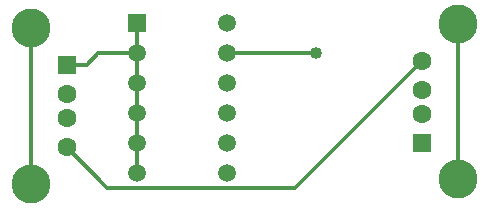
<source format=gbr>
G04 DipTrace 3.1.0.1*
G04 Bottom.gbr*
%MOIN*%
G04 #@! TF.FileFunction,Copper,L2,Bot*
G04 #@! TF.Part,Single*
G04 #@! TA.AperFunction,Conductor*
%ADD13C,0.012992*%
G04 #@! TA.AperFunction,ComponentPad*
%ADD14R,0.062992X0.062992*%
%ADD15C,0.062992*%
%ADD16C,0.129921*%
%ADD19R,0.059055X0.059055*%
%ADD20C,0.059055*%
G04 #@! TA.AperFunction,ViaPad*
%ADD21C,0.04*%
%FSLAX26Y26*%
G04*
G70*
G90*
G75*
G01*
G04 Bottom*
%LPD*%
X1582585Y1037782D2*
D13*
X1288373D1*
X988373Y637782D2*
Y737782D1*
Y1037782D2*
Y1137782D1*
Y1037782D2*
X857010D1*
X819018Y999790D1*
X751955D1*
X988373Y937782D2*
Y1037782D1*
Y837782D2*
Y937782D1*
Y737782D2*
Y837782D1*
X1938373Y1013373D2*
X1513766Y588766D1*
X887388D1*
X751955Y724199D1*
X2056483Y1134239D2*
Y616916D1*
X633845Y1120656D2*
Y603333D1*
D21*
X1582585Y1037782D3*
D14*
X751955Y999790D3*
D15*
Y901365D3*
Y822625D3*
Y724199D3*
D16*
X633845Y1120656D3*
Y603333D3*
D14*
X1938373Y737782D3*
D15*
Y836207D3*
Y914948D3*
Y1013373D3*
D16*
X2056483Y616916D3*
Y1134239D3*
D19*
X988373Y1137782D3*
D20*
Y1037782D3*
Y937782D3*
Y837782D3*
Y737782D3*
Y637782D3*
X1288373D3*
Y737782D3*
Y837782D3*
Y937782D3*
Y1037782D3*
Y1137782D3*
M02*

</source>
